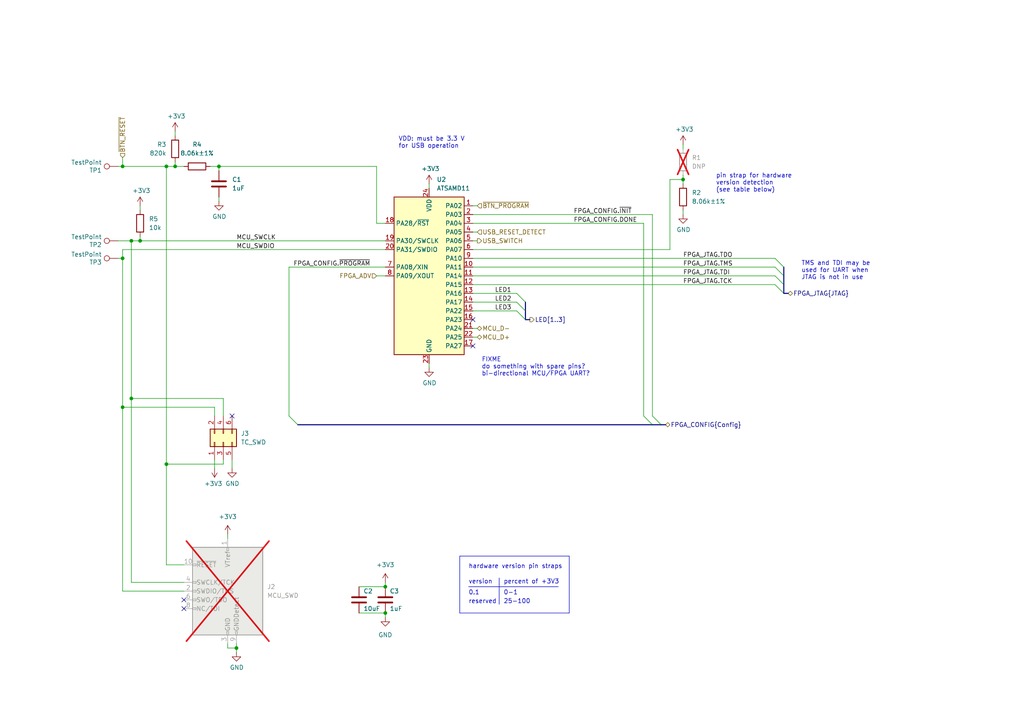
<source format=kicad_sch>
(kicad_sch (version 20230121) (generator eeschema)
  (paper "A4")
  (title_block (title "URTI Mainboard") (date "${DATE}") (rev "${VERSION}") (company "Copyright 2023 Great Scott Gadgets") (comment 1 "Licensed under the CERN-OHL-P v2"))
  (lib_symbols
    (symbol "Connector:Conn_ARM_JTAG_SWD_10" (pin_names (offset 1.016))
      (property "Reference" "J" (at -2.54 16.51 0))
      (property "Value" "Conn_ARM_JTAG_SWD_10" (at -2.54 13.97 0))
      (symbol "Conn_ARM_JTAG_SWD_10_0_1"
        (rectangle (start -10.16 12.7) (end 10.16 -12.7) (stroke (width 0.254)) (fill (type background)))
        (rectangle (start -2.794 -12.7) (end -2.286 -11.684))
        (rectangle (start -0.254 -12.7) (end 0.254 -11.684))
        (rectangle (start -0.254 12.7) (end 0.254 11.684))
        (rectangle (start 9.144 2.286) (end 10.16 2.794))
        (rectangle (start 10.16 -2.794) (end 9.144 -2.286))
        (rectangle (start 10.16 -0.254) (end 9.144 0.254))
        (rectangle (start 10.16 7.874) (end 9.144 7.366))
      )
      (symbol "Conn_ARM_JTAG_SWD_10_1_1"
        (rectangle (start 9.144 -5.334) (end 10.16 -4.826))
        (pin power_in line (at 0 15.24 270) (length 2.54) (name "VTref") (number "1"))
        (pin open_collector line (at 12.7 7.62 180) (length 2.54) (name "~{RESET}") (number "10"))
        (pin bidirectional line (at 12.7 0 180) (length 2.54) (name "SWDIO/TMS") (number "2"))
        (pin power_in line (at 0 -15.24 90) (length 2.54) (name "GND") (number "3"))
        (pin output line (at 12.7 2.54 180) (length 2.54) (name "SWCLK/TCK") (number "4"))
        (pin passive line (at 0 -15.24 90) (length 2.54) hide (name "GND") (number "5"))
        (pin input line (at 12.7 -2.54 180) (length 2.54) (name "SWO/TDO") (number "6"))
        (pin no_connect line (at -10.16 0 0) (length 2.54) hide (name "KEY") (number "7"))
        (pin output line (at 12.7 -5.08 180) (length 2.54) (name "NC/TDI") (number "8"))
        (pin passive line (at -2.54 -15.24 90) (length 2.54) (name "GNDDetect") (number "9"))
      )
    )
    (symbol "Connector:TestPoint" (pin_numbers hide) (pin_names (offset 0.762) hide)
      (property "Reference" "TP" (at 0 6.858 0))
      (property "Value" "TestPoint" (at 0 5.08 0))
      (symbol "TestPoint_0_1"
        (circle (center 0 3.302) (radius 0.762))
      )
      (symbol "TestPoint_1_1"
        (pin passive line (at 0 0 90) (length 2.54) (name "1") (number "1"))
      )
    )
    (symbol "Connector_Generic:Conn_02x03_Odd_Even" (pin_names (offset 1.016) hide)
      (property "Reference" "J" (at 1.27 5.08 0))
      (property "Value" "Conn_02x03_Odd_Even" (at 1.27 -5.08 0))
      (symbol "Conn_02x03_Odd_Even_1_1"
        (rectangle (start -1.27 -2.413) (end 0 -2.667) (stroke (width 0.1524)))
        (rectangle (start -1.27 0.127) (end 0 -0.127) (stroke (width 0.1524)))
        (rectangle (start -1.27 2.667) (end 0 2.413) (stroke (width 0.1524)))
        (rectangle (start -1.27 3.81) (end 3.81 -3.81) (stroke (width 0.254)) (fill (type background)))
        (rectangle (start 3.81 -2.413) (end 2.54 -2.667) (stroke (width 0.1524)))
        (rectangle (start 3.81 0.127) (end 2.54 -0.127) (stroke (width 0.1524)))
        (rectangle (start 3.81 2.667) (end 2.54 2.413) (stroke (width 0.1524)))
        (pin passive line (at -5.08 2.54 0) (length 3.81) (name "Pin_1") (number "1"))
        (pin passive line (at 7.62 2.54 180) (length 3.81) (name "Pin_2") (number "2"))
        (pin passive line (at -5.08 0 0) (length 3.81) (name "Pin_3") (number "3"))
        (pin passive line (at 7.62 0 180) (length 3.81) (name "Pin_4") (number "4"))
        (pin passive line (at -5.08 -2.54 0) (length 3.81) (name "Pin_5") (number "5"))
        (pin passive line (at 7.62 -2.54 180) (length 3.81) (name "Pin_6") (number "6"))
      )
    )
    (symbol "Device:C" (pin_numbers hide) (pin_names (offset 0.254))
      (property "Reference" "C" (at 0.635 2.54 0))
      (property "Value" "C" (at 0.635 -2.54 0))
      (symbol "C_0_1"
        (polyline (pts (xy -2.032 -0.762) (xy 2.032 -0.762)) (stroke (width 0.508)))
        (polyline (pts (xy -2.032 0.762) (xy 2.032 0.762)) (stroke (width 0.508)))
      )
      (symbol "C_1_1"
        (pin passive line (at 0 3.81 270) (length 2.794) (name "~") (number "1"))
        (pin passive line (at 0 -3.81 90) (length 2.794) (name "~") (number "2"))
      )
    )
    (symbol "Device:R" (pin_numbers hide) (pin_names (offset 0))
      (property "Reference" "R" (at 2.032 0 90))
      (property "Value" "R" (at 0 0 90))
      (symbol "R_0_1"
        (rectangle (start -1.016 -2.54) (end 1.016 2.54) (stroke (width 0.254)))
      )
      (symbol "R_1_1"
        (pin passive line (at 0 3.81 270) (length 1.27) (name "~") (number "1"))
        (pin passive line (at 0 -3.81 90) (length 1.27) (name "~") (number "2"))
      )
    )
    (symbol "MCU_Microchip_SAMD:ATSAMD11D14A-M"
      (property "Reference" "U" (at -10.16 24.13 0))
      (property "Value" "ATSAMD11D14A-M" (at 1.27 24.13 0))
      (symbol "ATSAMD11D14A-M_0_1"
        (rectangle (start -10.16 22.86) (end 10.16 -22.86) (stroke (width 0.254)) (fill (type background)))
      )
      (symbol "ATSAMD11D14A-M_1_1"
        (pin bidirectional line (at 12.7 20.32 180) (length 2.54) (name "PA02") (number "1"))
        (pin bidirectional line (at 12.7 2.54 180) (length 2.54) (name "PA11") (number "10"))
        (pin bidirectional line (at 12.7 0 180) (length 2.54) (name "PA14") (number "11"))
        (pin bidirectional line (at 12.7 -2.54 180) (length 2.54) (name "PA15") (number "12"))
        (pin bidirectional line (at 12.7 -5.08 180) (length 2.54) (name "PA16") (number "13"))
        (pin bidirectional line (at 12.7 -7.62 180) (length 2.54) (name "PA17") (number "14"))
        (pin bidirectional line (at 12.7 -10.16 180) (length 2.54) (name "PA22") (number "15"))
        (pin bidirectional line (at 12.7 -12.7 180) (length 2.54) (name "PA23") (number "16"))
        (pin bidirectional line (at 12.7 -20.32 180) (length 2.54) (name "PA27") (number "17"))
        (pin bidirectional line (at -12.7 15.24 0) (length 2.54) (name "PA28/~{RST}") (number "18"))
        (pin bidirectional line (at -12.7 10.16 0) (length 2.54) (name "PA30/SWCLK") (number "19"))
        (pin bidirectional line (at 12.7 17.78 180) (length 2.54) (name "PA03") (number "2"))
        (pin bidirectional line (at -12.7 7.62 0) (length 2.54) (name "PA31/SWDIO") (number "20"))
        (pin bidirectional line (at 12.7 -15.24 180) (length 2.54) (name "PA24") (number "21"))
        (pin bidirectional line (at 12.7 -17.78 180) (length 2.54) (name "PA25") (number "22"))
        (pin power_in line (at 0 -25.4 90) (length 2.54) (name "GND") (number "23"))
        (pin power_in line (at 0 25.4 270) (length 2.54) (name "VDD") (number "24"))
        (pin bidirectional line (at 12.7 15.24 180) (length 2.54) (name "PA04") (number "3"))
        (pin bidirectional line (at 12.7 12.7 180) (length 2.54) (name "PA05") (number "4"))
        (pin bidirectional line (at 12.7 10.16 180) (length 2.54) (name "PA06") (number "5"))
        (pin bidirectional line (at 12.7 7.62 180) (length 2.54) (name "PA07") (number "6"))
        (pin bidirectional line (at -12.7 2.54 0) (length 2.54) (name "PA08/XIN") (number "7"))
        (pin bidirectional line (at -12.7 0 0) (length 2.54) (name "PA09/XOUT") (number "8"))
        (pin bidirectional line (at 12.7 5.08 180) (length 2.54) (name "PA10") (number "9"))
      )
    )
    (symbol "power:+3V3" (power) (pin_names (offset 0))
      (property "Value" "+3V3" (at 0 3.556 0))
      (symbol "+3V3_0_1"
        (polyline (pts (xy -0.762 1.27) (xy 0 2.54)))
        (polyline (pts (xy 0 0) (xy 0 2.54)))
        (polyline (pts (xy 0 2.54) (xy 0.762 1.27)))
      )
      (symbol "+3V3_1_1"
        (pin power_in line (at 0 0 90) (length 0) hide (name "+3V3") (number "1"))
      )
    )
    (symbol "power:GND" (power) (pin_names (offset 0))
      (property "Value" "GND" (at 0 -3.81 0))
      (symbol "GND_0_1"
        (polyline (pts (xy 0 0) (xy 0 -1.27) (xy 1.27 -1.27) (xy 0 -2.54) (xy -1.27 -1.27) (xy 0 -1.27)))
      )
      (symbol "GND_1_1"
        (pin power_in line (at 0 0 270) (length 0) hide (name "GND") (number "1"))
      )
    )
  )
  (junction (at 50.8 48.26))
  (junction (at 38.1 69.85))
  (junction (at 38.1 115.57))
  (junction (at 35.56 48.26))
  (junction (at 198.12 52.07))
  (junction (at 35.56 118.11))
  (junction (at 63.5 48.26))
  (junction (at 111.76 170.18))
  (junction (at 48.26 134.62))
  (junction (at 40.64 69.85))
  (junction (at 111.76 177.8))
  (junction (at 35.56 74.93))
  (junction (at 68.58 187.96))
  (junction (at 48.26 48.26))
  (no_connect (at 67.31 120.65))
  (no_connect (at 53.34 173.99))
  (no_connect (at 137.16 92.71))
  (no_connect (at 53.34 176.53))
  (no_connect (at 137.16 100.33))
  (bus_entry (at 224.79 74.93) (size 2.54 2.54))
  (bus_entry (at 149.86 85.09) (size 2.54 2.54))
  (bus_entry (at 149.86 90.17) (size 2.54 2.54))
  (bus_entry (at 189.23 120.65) (size 2.54 2.54))
  (bus_entry (at 149.86 87.63) (size 2.54 2.54))
  (bus_entry (at 224.79 82.55) (size 2.54 2.54))
  (bus_entry (at 224.79 80.01) (size 2.54 2.54))
  (bus_entry (at 83.82 120.65) (size 2.54 2.54))
  (bus_entry (at 224.79 77.47) (size 2.54 2.54))
  (bus_entry (at 186.69 120.65) (size 2.54 2.54))
  (wire (pts (xy 109.22 64.77) (xy 111.76 64.77)))
  (wire (pts (xy 48.26 163.83) (xy 53.34 163.83)))
  (wire (pts (xy 137.16 85.09) (xy 149.86 85.09)))
  (wire (pts (xy 38.1 69.85) (xy 40.64 69.85)))
  (bus (pts (xy 152.4 87.63) (xy 152.4 90.17)))
  (polyline (pts (xy 133.35 161.29) (xy 165.1 161.29)))
  (wire (pts (xy 68.58 187.96) (xy 68.58 189.23)))
  (wire (pts (xy 62.23 120.65) (xy 62.23 118.11)))
  (wire (pts (xy 189.23 62.23) (xy 189.23 120.65)))
  (polyline (pts (xy 133.35 161.29) (xy 133.35 177.8)))
  (wire (pts (xy 83.82 77.47) (xy 83.82 120.65)))
  (wire (pts (xy 137.16 59.69) (xy 138.43 59.69)))
  (bus (pts (xy 86.36 123.19) (xy 189.23 123.19)))
  (wire (pts (xy 198.12 62.23) (xy 198.12 60.96)))
  (bus (pts (xy 227.33 82.55) (xy 227.33 85.09)))
  (polyline (pts (xy 165.1 161.29) (xy 165.1 177.8)))
  (wire (pts (xy 186.69 64.77) (xy 186.69 120.65)))
  (wire (pts (xy 138.43 69.85) (xy 137.16 69.85)))
  (wire (pts (xy 186.69 64.77) (xy 137.16 64.77)))
  (wire (pts (xy 198.12 43.18) (xy 198.12 41.91)))
  (wire (pts (xy 124.46 53.34) (xy 124.46 54.61)))
  (wire (pts (xy 62.23 133.35) (xy 62.23 135.89)))
  (wire (pts (xy 64.77 120.65) (xy 64.77 115.57)))
  (wire (pts (xy 83.82 77.47) (xy 111.76 77.47)))
  (wire (pts (xy 137.16 62.23) (xy 189.23 62.23)))
  (wire (pts (xy 48.26 134.62) (xy 48.26 163.83)))
  (wire (pts (xy 48.26 48.26) (xy 48.26 134.62)))
  (wire (pts (xy 109.22 48.26) (xy 109.22 64.77)))
  (wire (pts (xy 68.58 186.69) (xy 68.58 187.96)))
  (wire (pts (xy 50.8 46.99) (xy 50.8 48.26)))
  (wire (pts (xy 35.56 72.39) (xy 35.56 74.93)))
  (wire (pts (xy 194.31 72.39) (xy 137.16 72.39)))
  (wire (pts (xy 40.64 69.85) (xy 111.76 69.85)))
  (wire (pts (xy 62.23 118.11) (xy 35.56 118.11)))
  (polyline (pts (xy 135.89 170.18) (xy 161.925 170.18)))
  (wire (pts (xy 224.79 80.01) (xy 137.16 80.01)))
  (bus (pts (xy 189.23 123.19) (xy 191.77 123.19)))
  (polyline (pts (xy 165.1 177.8) (xy 133.35 177.8)))
  (wire (pts (xy 137.16 82.55) (xy 224.79 82.55)))
  (wire (pts (xy 66.04 154.94) (xy 66.04 156.21)))
  (wire (pts (xy 138.43 95.25) (xy 137.16 95.25)))
  (bus (pts (xy 152.4 90.17) (xy 152.4 92.71)))
  (wire (pts (xy 34.29 69.85) (xy 38.1 69.85)))
  (wire (pts (xy 124.46 105.41) (xy 124.46 106.68)))
  (wire (pts (xy 34.29 48.26) (xy 35.56 48.26)))
  (wire (pts (xy 137.16 87.63) (xy 149.86 87.63)))
  (wire (pts (xy 111.76 177.8) (xy 111.76 179.07)))
  (bus (pts (xy 227.33 77.47) (xy 227.33 80.01)))
  (wire (pts (xy 137.16 97.79) (xy 138.43 97.79)))
  (wire (pts (xy 198.12 52.07) (xy 198.12 50.8)))
  (wire (pts (xy 64.77 134.62) (xy 48.26 134.62)))
  (wire (pts (xy 111.76 170.18) (xy 111.76 168.91)))
  (wire (pts (xy 198.12 53.34) (xy 198.12 52.07)))
  (bus (pts (xy 227.33 80.01) (xy 227.33 82.55)))
  (wire (pts (xy 109.22 80.01) (xy 111.76 80.01)))
  (wire (pts (xy 63.5 58.42) (xy 63.5 57.15)))
  (wire (pts (xy 66.04 186.69) (xy 66.04 187.96)))
  (wire (pts (xy 66.04 187.96) (xy 68.58 187.96)))
  (wire (pts (xy 60.96 48.26) (xy 63.5 48.26)))
  (wire (pts (xy 194.31 52.07) (xy 194.31 72.39)))
  (wire (pts (xy 35.56 171.45) (xy 53.34 171.45)))
  (wire (pts (xy 40.64 60.96) (xy 40.64 59.69)))
  (wire (pts (xy 137.16 90.17) (xy 149.86 90.17)))
  (wire (pts (xy 38.1 115.57) (xy 38.1 168.91)))
  (wire (pts (xy 40.64 69.85) (xy 40.64 68.58)))
  (wire (pts (xy 50.8 38.1) (xy 50.8 39.37)))
  (wire (pts (xy 137.16 74.93) (xy 224.79 74.93)))
  (wire (pts (xy 35.56 74.93) (xy 35.56 118.11)))
  (wire (pts (xy 67.31 133.35) (xy 67.31 135.89)))
  (wire (pts (xy 35.56 45.72) (xy 35.56 48.26)))
  (wire (pts (xy 138.43 67.31) (xy 137.16 67.31)))
  (wire (pts (xy 198.12 52.07) (xy 194.31 52.07)))
  (polyline (pts (xy 144.78 167.64) (xy 144.78 175.26)))
  (wire (pts (xy 64.77 133.35) (xy 64.77 134.62)))
  (wire (pts (xy 38.1 69.85) (xy 38.1 115.57)))
  (wire (pts (xy 34.29 74.93) (xy 35.56 74.93)))
  (bus (pts (xy 191.77 123.19) (xy 193.04 123.19)))
  (wire (pts (xy 137.16 77.47) (xy 224.79 77.47)))
  (wire (pts (xy 35.56 118.11) (xy 35.56 171.45)))
  (wire (pts (xy 35.56 72.39) (xy 111.76 72.39)))
  (wire (pts (xy 48.26 48.26) (xy 50.8 48.26)))
  (bus (pts (xy 153.67 92.71) (xy 152.4 92.71)))
  (wire (pts (xy 111.76 170.18) (xy 104.14 170.18)))
  (wire (pts (xy 64.77 115.57) (xy 38.1 115.57)))
  (wire (pts (xy 35.56 48.26) (xy 48.26 48.26)))
  (wire (pts (xy 63.5 49.53) (xy 63.5 48.26)))
  (wire (pts (xy 104.14 177.8) (xy 111.76 177.8)))
  (wire (pts (xy 63.5 48.26) (xy 109.22 48.26)))
  (bus (pts (xy 228.6 85.09) (xy 227.33 85.09)))
  (wire (pts (xy 38.1 168.91) (xy 53.34 168.91)))
  (wire (pts (xy 53.34 48.26) (xy 50.8 48.26)))
  (text "reserved" (at 135.89 175.26 0) (effects (font (size 1.27 1.27)) (justify left bottom)))
  (text "FIXME\ndo something with spare pins?\nbi-directional MCU/FPGA UART?" (at 139.7 109.22 0) (effects (font (size 1.27 1.27)) (justify left bottom)))
  (text "25-100" (at 146.05 175.26 0) (effects (font (size 1.27 1.27)) (justify left bottom)))
  (text "version" (at 135.89 169.545 0) (effects (font (size 1.27 1.27)) (justify left bottom)))
  (text "percent of +3V3" (at 146.05 169.545 0) (effects (font (size 1.27 1.27)) (justify left bottom)))
  (text "TMS and TDI may be\nused for UART when\nJTAG is not in use" (at 232.41 81.28 0) (effects (font (size 1.27 1.27)) (justify left bottom)))
  (text "0.1" (at 135.89 172.72 0) (effects (font (size 1.27 1.27)) (justify left bottom)))
  (text "0-1" (at 146.05 172.72 0) (effects (font (size 1.27 1.27)) (justify left bottom)))
  (text "pin strap for hardware\nversion detection\n(see table below)" (at 207.645 55.88 0) (effects (font (size 1.27 1.27)) (justify left bottom)))
  (text "VDD: must be 3.3 V\nfor USB operation" (at 115.57 43.18 0) (effects (font (size 1.27 1.27)) (justify left bottom)))
  (text "hardware version pin straps" (at 135.89 165.1 0) (effects (font (size 1.27 1.27)) (justify left bottom)))
  (label "LED1" (at 143.51 85.09 0))
  (label "MCU_SWCLK" (at 68.58 69.85 0))
  (label "LED2" (at 143.51 87.63 0))
  (label "FPGA_CONFIG.DONE" (at 166.37 64.77 0))
  (label "MCU_SWDIO" (at 68.58 72.39 0))
  (label "FPGA_CONFIG.~{INIT}" (at 166.37 62.23 0))
  (label "FPGA_JTAG.TMS" (at 198.12 77.47 0))
  (label "FPGA_JTAG.TCK" (at 198.12 82.55 0))
  (label "FPGA_CONFIG.~{PROGRAM}" (at 85.09 77.47 0))
  (label "FPGA_JTAG.TDO" (at 198.12 74.93 0))
  (label "LED3" (at 143.51 90.17 0))
  (label "FPGA_JTAG.TDI" (at 198.12 80.01 0))
  (hierarchical_label "~{BTN_PROGRAM}" (shape input) (at 138.43 59.69 0))
  (hierarchical_label "~{BTN_RESET}" (shape input) (at 35.56 45.72 90))
  (hierarchical_label "MCU_D+" (shape bidirectional) (at 138.43 97.79 0))
  (hierarchical_label "FPGA_CONFIG{Config}" (shape bidirectional) (at 193.04 123.19 0))
  (hierarchical_label "MCU_D-" (shape bidirectional) (at 138.43 95.25 0))
  (hierarchical_label "LED[1..3]" (shape output) (at 153.67 92.71 0))
  (hierarchical_label "FPGA_JTAG{JTAG}" (shape bidirectional) (at 228.6 85.09 0))
  (hierarchical_label "USB_SWITCH" (shape output) (at 138.43 69.85 0))
  (hierarchical_label "FPGA_ADV" (shape input) (at 109.22 80.01 180))
  (hierarchical_label "USB_RESET_DETECT" (shape input) (at 138.43 67.31 0))
  (symbol (lib_id "Connector:Conn_ARM_JTAG_SWD_10") (at 66.04 171.45 0) (mirror y) (unit 1) (dnp yes)
    (property "Reference" "J2" (at 77.47 170.18 0) (effects (justify right)))
    (property "Value" "MCU_SWD" (at 77.47 172.72 0) (effects (justify right)))
    (property "Footprint" "mainboard:SWD_CONNECTOR_LARGE_BOX" (effects hide))
    (property "Datasheet" "http://infocenter.arm.com/help/topic/com.arm.doc.ddi0314h/DDI0314H_coresight_components_trm.pdf" (effects hide))
    (property "Description" "CONN HEADER VERT 10POS 1.27MM" (effects hide))
    (property "Manufacturer" "Samtec" (effects hide))
    (property "Part Number" "FTSH-105-01-F-D-K" (effects hide))
  )
  (symbol (lib_id "power:GND") (at 68.58 189.23 0) (unit 1)
    (property "Reference" "#PWR030" (effects hide))
    (property "Value" "GND" (at 68.6816 193.5988 0))
  )
  (symbol (lib_id "Device:C") (at 111.76 173.99 0) (unit 1)
    (property "Reference" "C3" (at 113.03 171.45 0) (effects (justify left)))
    (property "Value" "1uF" (at 113.03 176.53 0) (effects (justify left)))
    (property "Footprint" "Capacitor_SMD:C_0402_1005Metric" (effects hide))
    (property "Part Number" "CL05A105KP5NNNC" (effects hide))
    (property "Substitution" "any equivalent" (effects hide))
    (property "Description" "CAP CER 1UF 10V X5R 0402" (effects hide))
    (property "Manufacturer" "Samsung" (effects hide))
  )
  (symbol (lib_id "power:GND") (at 124.46 106.68 0) (unit 1)
    (property "Reference" "#PWR024" (effects hide))
    (property "Value" "GND" (at 124.587 111.0742 0))
  )
  (symbol (lib_id "Device:R") (at 50.8 43.18 0) (mirror y) (unit 1)
    (property "Reference" "R3" (at 48.26 41.91 0) (effects (justify left)))
    (property "Value" "820k" (at 48.26 44.45 0) (effects (justify left)))
    (property "Footprint" "Resistor_SMD:R_0402_1005Metric" (effects hide))
    (property "Part Number" "RC0402JR-07820KL" (effects hide))
    (property "Substitution" "any equivalent" (effects hide))
    (property "Description" "RES 820K OHM 5% 1/16W 0402" (effects hide))
    (property "Manufacturer" "Yageo" (effects hide))
  )
  (symbol (lib_id "power:+3V3") (at 50.8 38.1 0) (unit 1)
    (property "Reference" "#PWR017" (effects hide))
    (property "Value" "+3V3" (at 51.1556 33.7058 0))
  )
  (symbol (lib_id "MCU_Microchip_SAMD:ATSAMD11D14A-M") (at 124.46 80.01 0) (unit 1)
    (property "Reference" "U2" (at 126.6541 52.07 0) (effects (justify left)))
    (property "Value" "ATSAMD11" (at 126.6541 54.61 0) (effects (justify left)))
    (property "Footprint" "Package_DFN_QFN:QFN-24-1EP_4x4mm_P0.5mm_EP2.6x2.6mm" (effects hide))
    (property "Datasheet" "http://ww1.microchip.com/downloads/en/DeviceDoc/Atmel-42363-SAM-D11_Datasheet.pdf" (effects hide))
    (property "Description" "IC MCU 32BIT 16KB FLASH 24QFN" (effects hide))
    (property "Manufacturer" "Microchip" (effects hide))
    (property "Part Number" "ATSAMD11D14A-MUT" (effects hide))
    (property "Substitution" "ATSAMD11D14A-MNT" (effects hide))
  )
  (symbol (lib_id "power:+3V3") (at 124.46 53.34 0) (unit 1)
    (property "Reference" "#PWR019" (effects hide))
    (property "Value" "+3V3" (at 124.841 48.9458 0))
  )
  (symbol (lib_id "Connector_Generic:Conn_02x03_Odd_Even") (at 64.77 128.27 90) (unit 1) (in_bom no)
    (property "Reference" "J3" (at 69.85 125.73 90) (effects (justify right)))
    (property "Value" "TC_SWD" (at 69.85 128.27 90) (effects (justify right)))
    (property "Footprint" "Connector:Tag-Connect_TC2030-IDC-FP_2x03_P1.27mm_Vertical" (effects hide))
    (property "Manufacturer" "Tag-Connect" (effects hide))
    (property "Part Number" "TC2030-CTX" (effects hide))
    (property "Substitution" "TC2030-IDC" (effects hide))
    (property "Description" "CABLE ADAPTER 6 POS" (effects hide))
  )
  (symbol (lib_id "power:+3V3") (at 62.23 135.89 180) (unit 1)
    (property "Reference" "#PWR025" (effects hide))
    (property "Value" "+3V3" (at 61.8744 140.2842 0))
  )
  (symbol (lib_id "power:GND") (at 67.31 135.89 0) (unit 1)
    (property "Reference" "#PWR026" (effects hide))
    (property "Value" "GND" (at 67.4116 140.2588 0))
  )
  (symbol (lib_id "Connector:TestPoint") (at 34.29 74.93 90) (unit 1) (in_bom no)
    (property "Reference" "TP3" (at 29.5402 76.073 90) (effects (justify left)))
    (property "Value" "TestPoint" (at 29.5402 73.787 90) (effects (justify left)))
    (property "Footprint" "TestPoint:TestPoint_Pad_D1.0mm" (effects hide))
  )
  (symbol (lib_id "Connector:TestPoint") (at 34.29 69.85 90) (unit 1) (in_bom no)
    (property "Reference" "TP2" (at 29.5402 70.993 90) (effects (justify left)))
    (property "Value" "TestPoint" (at 29.5402 68.707 90) (effects (justify left)))
    (property "Footprint" "TestPoint:TestPoint_Pad_D1.0mm" (effects hide))
  )
  (symbol (lib_id "Connector:TestPoint") (at 34.29 48.26 90) (unit 1) (in_bom no)
    (property "Reference" "TP1" (at 29.5402 49.403 90) (effects (justify left)))
    (property "Value" "TestPoint" (at 29.5402 47.117 90) (effects (justify left)))
    (property "Footprint" "TestPoint:TestPoint_Pad_D1.0mm" (effects hide))
  )
  (symbol (lib_id "Device:R") (at 40.64 64.77 0) (unit 1)
    (property "Reference" "R5" (at 43.18 63.5 0) (effects (justify left)))
    (property "Value" "10k" (at 43.18 66.04 0) (effects (justify left)))
    (property "Footprint" "Resistor_SMD:R_0402_1005Metric" (effects hide))
    (property "Part Number" "RC0402JR-0710KL" (effects hide))
    (property "Substitution" "any equivalent" (effects hide))
    (property "Description" "RES 10K OHM 5% 1/16W 0402" (effects hide))
    (property "Manufacturer" "Yageo" (effects hide))
  )
  (symbol (lib_id "power:+3V3") (at 198.12 41.91 0) (unit 1)
    (property "Reference" "#PWR018" (effects hide))
    (property "Value" "+3V3" (at 198.501 37.5158 0))
  )
  (symbol (lib_id "power:GND") (at 198.12 62.23 0) (unit 1)
    (property "Reference" "#PWR022" (effects hide))
    (property "Value" "GND" (at 198.247 66.6242 0))
  )
  (symbol (lib_id "Device:R") (at 198.12 57.15 0) (unit 1)
    (property "Reference" "R2" (at 200.66 55.88 0) (effects (justify left)))
    (property "Value" "8.06k±1%" (at 200.66 58.42 0) (effects (justify left)))
    (property "Footprint" "Resistor_SMD:R_0402_1005Metric" (effects hide))
    (property "Part Number" "ERJ-2RKF8061X" (effects hide))
    (property "Substitution" "any equivalent" (effects hide))
    (property "Description" "RES SMD 8.06K OHM 1% 1/10W 0402" (effects hide))
    (property "Manufacturer" "Panasonic" (effects hide))
  )
  (symbol (lib_id "Device:C") (at 63.5 53.34 0) (unit 1)
    (property "Reference" "C1" (at 67.31 52.07 0) (effects (justify left)))
    (property "Value" "1uF" (at 67.31 54.61 0) (effects (justify left)))
    (property "Footprint" "Capacitor_SMD:C_0402_1005Metric" (effects hide))
    (property "Part Number" "CL05A105KP5NNNC" (effects hide))
    (property "Substitution" "any equivalent" (effects hide))
    (property "Description" "CAP CER 1UF 10V X5R 0402" (effects hide))
    (property "Manufacturer" "Samsung" (effects hide))
  )
  (symbol (lib_id "power:GND") (at 111.76 179.07 0) (unit 1)
    (property "Reference" "#PWR0181" (effects hide))
    (property "Value" "GND" (at 111.76 184.15 0))
  )
  (symbol (lib_id "power:GND") (at 63.5 58.42 0) (unit 1)
    (property "Reference" "#PWR021" (effects hide))
    (property "Value" "GND" (at 63.627 62.8142 0))
  )
  (symbol (lib_id "Device:C") (at 104.14 173.99 0) (unit 1)
    (property "Reference" "C2" (at 105.41 171.45 0) (effects (justify left)))
    (property "Value" "10uF" (at 105.41 176.53 0) (effects (justify left)))
    (property "Footprint" "Capacitor_SMD:C_0603_1608Metric" (effects hide))
    (property "Description" "CAP CER 10UF 10V X5R 0603" (effects hide))
    (property "Manufacturer" "Samsung" (effects hide))
    (property "Part Number" "CL10A106KP8NNNC" (effects hide))
    (property "Substitution" "any equivalent" (effects hide))
  )
  (symbol (lib_id "power:+3V3") (at 111.76 168.91 0) (unit 1)
    (property "Reference" "#PWR029" (effects hide))
    (property "Value" "+3V3" (at 111.76 163.83 0))
  )
  (symbol (lib_id "Device:R") (at 57.15 48.26 90) (unit 1)
    (property "Reference" "R4" (at 57.15 41.91 90))
    (property "Value" "8.06k±1%" (at 57.15 44.45 90))
    (property "Footprint" "Resistor_SMD:R_0402_1005Metric" (effects hide))
    (property "Description" "RES SMD 8.06K OHM 1% 1/10W 0402" (effects hide))
    (property "Manufacturer" "Panasonic" (effects hide))
    (property "Part Number" "ERJ-2RKF8061X" (effects hide))
    (property "Substitution" "any equivalent" (effects hide))
  )
  (symbol (lib_id "power:+3V3") (at 66.04 154.94 0) (unit 1)
    (property "Reference" "#PWR028" (effects hide))
    (property "Value" "+3V3" (at 66.04 149.86 0))
  )
  (symbol (lib_id "Device:R") (at 198.12 46.99 0) (unit 1) (dnp yes)
    (property "Reference" "R1" (at 200.66 45.72 0) (effects (justify left)))
    (property "Value" "DNP" (at 200.66 48.26 0) (effects (justify left)))
    (property "Footprint" "Resistor_SMD:R_0402_1005Metric" (effects hide))
    (property "Substitution" "any equivalent" (effects hide))
    (property "Manufacturer" "Yageo" (effects hide))
  )
  (symbol (lib_id "power:+3V3") (at 40.64 59.69 0) (unit 1)
    (property "Reference" "#PWR020" (effects hide))
    (property "Value" "+3V3" (at 40.9956 55.2958 0))
  )
)
</source>
